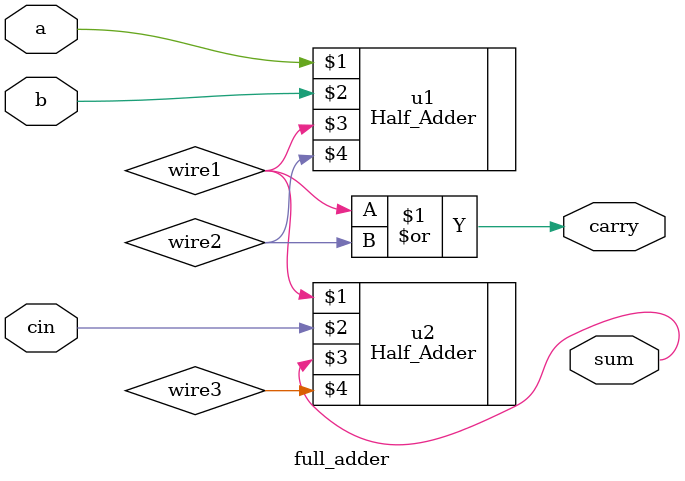
<source format=v>
`timescale 1ns / 1ps


module full_adder(
    input a,
    input b,
    input cin,
    output sum,
    output carry
    );
   
   wire wire1, wire2, wire3;
    
   Half_Adder u1( a, b, wire1, wire2);
   Half_Adder u2( wire1, cin, sum, wire3);
   
   assign carry= wire1|wire2;
endmodule

</source>
